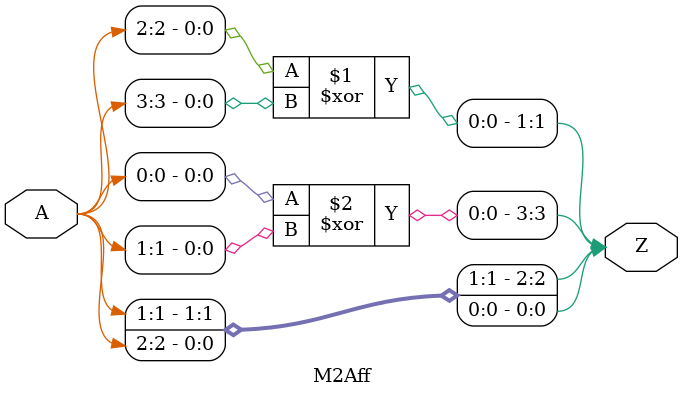
<source format=v>

module M2Aff(
    input  [3:0] A,
    output [3:0] Z
    );
    assign Z[0] = A[2];
    assign Z[1] = A[2] ^ A[3];
    assign Z[2] = A[1];
    assign Z[3] = A[0] ^ A[1];
endmodule

</source>
